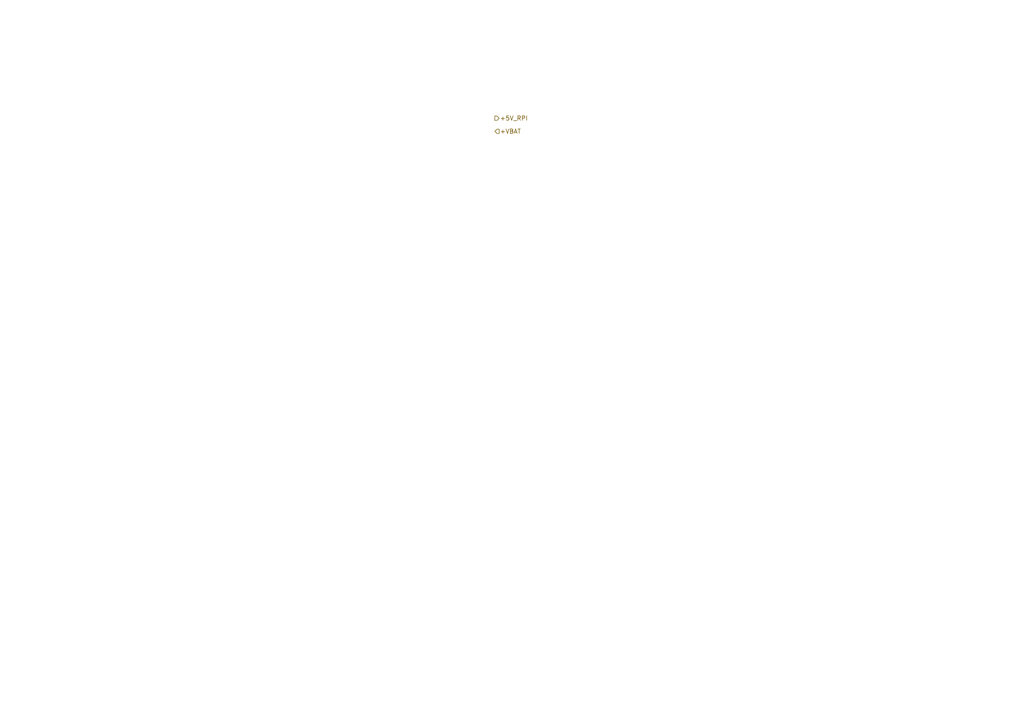
<source format=kicad_sch>
(kicad_sch
	(version 20231120)
	(generator "eeschema")
	(generator_version "8.0")
	(uuid "2b4e3453-3843-41f4-b98a-9d651dec5a9c")
	(paper "A4")
	(lib_symbols)
	(hierarchical_label "+5V_RPI"
		(shape output)
		(at 143.51 34.29 0)
		(effects
			(font
				(size 1.27 1.27)
			)
			(justify left)
		)
		(uuid "3856945e-ef98-4dc6-ba40-63607d40eccf")
	)
	(hierarchical_label "+VBAT"
		(shape input)
		(at 143.51 38.1 0)
		(effects
			(font
				(size 1.27 1.27)
			)
			(justify left)
		)
		(uuid "d97e59ca-c755-442a-b238-34bec4c34d8c")
	)
)

</source>
